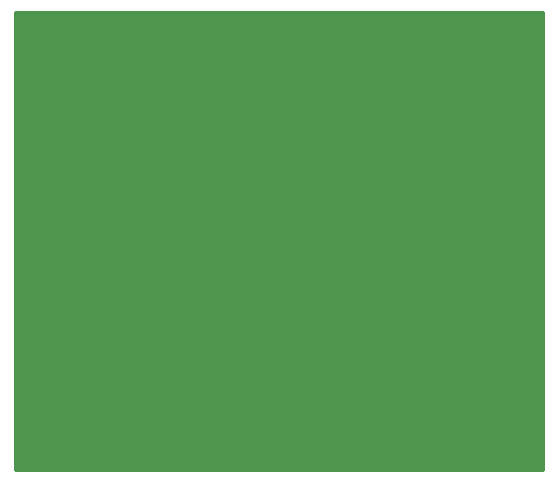
<source format=gbr>
G04 #@! TF.GenerationSoftware,KiCad,Pcbnew,(5.0.0)*
G04 #@! TF.CreationDate,2019-11-15T18:54:58-03:00*
G04 #@! TF.ProjectId,driver_alto,6472697665725F616C746F2E6B696361,rev?*
G04 #@! TF.SameCoordinates,Original*
G04 #@! TF.FileFunction,Profile,NP*
%FSLAX46Y46*%
G04 Gerber Fmt 4.6, Leading zero omitted, Abs format (unit mm)*
G04 Created by KiCad (PCBNEW (5.0.0)) date 11/15/19 18:54:58*
%MOMM*%
%LPD*%
G01*
G04 APERTURE LIST*
%ADD10C,0.254000*%
G04 APERTURE END LIST*
D10*
G36*
X143873000Y-85873000D02*
X99127000Y-85873000D01*
X99127000Y-47127000D01*
X143873000Y-47127000D01*
X143873000Y-85873000D01*
X143873000Y-85873000D01*
G37*
X143873000Y-85873000D02*
X99127000Y-85873000D01*
X99127000Y-47127000D01*
X143873000Y-47127000D01*
X143873000Y-85873000D01*
M02*

</source>
